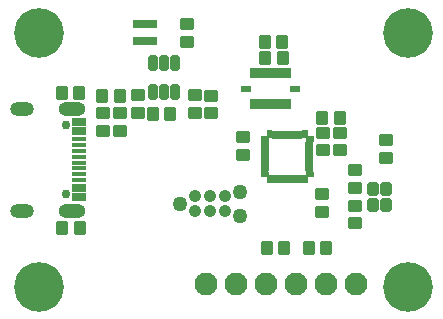
<source format=gbr>
%TF.GenerationSoftware,Altium Limited,Altium Designer,23.10.1 (27)*%
G04 Layer_Color=8388736*
%FSLAX45Y45*%
%MOMM*%
%TF.SameCoordinates,EB818210-93EB-4193-A47C-AA10A5AE6B3E*%
%TF.FilePolarity,Negative*%
%TF.FileFunction,Soldermask,Top*%
%TF.Part,Single*%
G01*
G75*
%TA.AperFunction,SMDPad,CuDef*%
%ADD14R,2.00000X0.70000*%
G04:AMPARAMS|DCode=44|XSize=1.0032mm|YSize=1.2032mm|CornerRadius=0.2016mm|HoleSize=0mm|Usage=FLASHONLY|Rotation=180.000|XOffset=0mm|YOffset=0mm|HoleType=Round|Shape=RoundedRectangle|*
%AMROUNDEDRECTD44*
21,1,1.00320,0.80000,0,0,180.0*
21,1,0.60000,1.20320,0,0,180.0*
1,1,0.40320,-0.30000,0.40000*
1,1,0.40320,0.30000,0.40000*
1,1,0.40320,0.30000,-0.40000*
1,1,0.40320,-0.30000,-0.40000*
%
%ADD44ROUNDEDRECTD44*%
%TA.AperFunction,TestPad*%
G04:AMPARAMS|DCode=45|XSize=0.4mm|YSize=1.25mm|CornerRadius=0.0875mm|HoleSize=0mm|Usage=FLASHONLY|Rotation=270.000|XOffset=0mm|YOffset=0mm|HoleType=Round|Shape=RoundedRectangle|*
%AMROUNDEDRECTD45*
21,1,0.40000,1.07500,0,0,270.0*
21,1,0.22500,1.25000,0,0,270.0*
1,1,0.17500,-0.53750,-0.11250*
1,1,0.17500,-0.53750,0.11250*
1,1,0.17500,0.53750,0.11250*
1,1,0.17500,0.53750,-0.11250*
%
%ADD45ROUNDEDRECTD45*%
G04:AMPARAMS|DCode=46|XSize=0.7mm|YSize=1.25mm|CornerRadius=0.125mm|HoleSize=0mm|Usage=FLASHONLY|Rotation=270.000|XOffset=0mm|YOffset=0mm|HoleType=Round|Shape=RoundedRectangle|*
%AMROUNDEDRECTD46*
21,1,0.70000,1.00000,0,0,270.0*
21,1,0.45000,1.25000,0,0,270.0*
1,1,0.25000,-0.50000,-0.22500*
1,1,0.25000,-0.50000,0.22500*
1,1,0.25000,0.50000,0.22500*
1,1,0.25000,0.50000,-0.22500*
%
%ADD46ROUNDEDRECTD46*%
%TA.AperFunction,SMDPad,CuDef*%
G04:AMPARAMS|DCode=47|XSize=1.0032mm|YSize=1.1032mm|CornerRadius=0.1816mm|HoleSize=0mm|Usage=FLASHONLY|Rotation=180.000|XOffset=0mm|YOffset=0mm|HoleType=Round|Shape=RoundedRectangle|*
%AMROUNDEDRECTD47*
21,1,1.00320,0.74000,0,0,180.0*
21,1,0.64000,1.10320,0,0,180.0*
1,1,0.36320,-0.32000,0.37000*
1,1,0.36320,0.32000,0.37000*
1,1,0.36320,0.32000,-0.37000*
1,1,0.36320,-0.32000,-0.37000*
%
%ADD47ROUNDEDRECTD47*%
%ADD48R,0.95320X0.50320*%
%ADD49R,0.50320X0.95320*%
G04:AMPARAMS|DCode=50|XSize=1.0032mm|YSize=1.2032mm|CornerRadius=0.2016mm|HoleSize=0mm|Usage=FLASHONLY|Rotation=270.000|XOffset=0mm|YOffset=0mm|HoleType=Round|Shape=RoundedRectangle|*
%AMROUNDEDRECTD50*
21,1,1.00320,0.80000,0,0,270.0*
21,1,0.60000,1.20320,0,0,270.0*
1,1,0.40320,-0.40000,-0.30000*
1,1,0.40320,-0.40000,0.30000*
1,1,0.40320,0.40000,0.30000*
1,1,0.40320,0.40000,-0.30000*
%
%ADD50ROUNDEDRECTD50*%
%ADD51R,0.50320X0.45320*%
%ADD52R,0.45320X0.50320*%
%ADD53R,0.75320X0.50320*%
%ADD54R,0.50320X0.75320*%
G04:AMPARAMS|DCode=55|XSize=0.8032mm|YSize=1.4032mm|CornerRadius=0.1766mm|HoleSize=0mm|Usage=FLASHONLY|Rotation=180.000|XOffset=0mm|YOffset=0mm|HoleType=Round|Shape=RoundedRectangle|*
%AMROUNDEDRECTD55*
21,1,0.80320,1.05000,0,0,180.0*
21,1,0.45000,1.40320,0,0,180.0*
1,1,0.35320,-0.22500,0.52500*
1,1,0.35320,0.22500,0.52500*
1,1,0.35320,0.22500,-0.52500*
1,1,0.35320,-0.22500,-0.52500*
%
%ADD55ROUNDEDRECTD55*%
%TA.AperFunction,BGAPad,CuDef*%
%ADD56C,1.06620*%
%TA.AperFunction,TestPad*%
%ADD57C,1.94000*%
%ADD58O,2.30320X1.20320*%
%ADD59C,0.75000*%
%ADD60O,2.00320X1.20320*%
%TA.AperFunction,ViaPad*%
%ADD61C,4.20320*%
%TA.AperFunction,ComponentPad*%
%ADD62C,1.27020*%
G36*
X241335Y-99866D02*
X242646Y-100127D01*
X243912Y-100556D01*
X245111Y-101148D01*
X246223Y-101891D01*
X247228Y-102772D01*
X248110Y-103778D01*
X248852Y-104889D01*
X249444Y-106088D01*
X249874Y-107354D01*
X250135Y-108666D01*
X250222Y-110000D01*
Y-125500D01*
X250135Y-126834D01*
X249874Y-128146D01*
X249659Y-128779D01*
X249444Y-129412D01*
X248853Y-130611D01*
X248110Y-131723D01*
X247228Y-132728D01*
X232728Y-147228D01*
X231723Y-148110D01*
X230611Y-148852D01*
X229412Y-149444D01*
X228146Y-149873D01*
X226834Y-150134D01*
X225500Y-150222D01*
X190000D01*
X188666Y-150134D01*
X187354Y-149873D01*
X186089Y-149444D01*
X184889Y-148852D01*
X183778Y-148109D01*
X182772Y-147228D01*
X181891Y-146222D01*
X181148Y-145111D01*
X180556Y-143912D01*
X180127Y-142646D01*
X179866Y-141334D01*
X179778Y-140000D01*
Y-110000D01*
X179866Y-108666D01*
X180127Y-107354D01*
X180556Y-106088D01*
X181148Y-104889D01*
X181891Y-103778D01*
X182772Y-102772D01*
X183778Y-101891D01*
X184889Y-101148D01*
X186089Y-100556D01*
X187354Y-100127D01*
X188666Y-99866D01*
X190000Y-99778D01*
X240000D01*
X241335Y-99866D01*
D02*
G37*
G36*
X271334Y-129866D02*
X272646Y-130126D01*
X273912Y-130556D01*
X275111Y-131148D01*
X276223Y-131891D01*
X277228Y-132772D01*
X278110Y-133777D01*
X278852Y-134889D01*
X279444Y-136088D01*
X279874Y-137354D01*
X280135Y-138666D01*
X280222Y-140000D01*
Y-190000D01*
X280135Y-191334D01*
X279874Y-192646D01*
X279444Y-193912D01*
X278852Y-195111D01*
X278110Y-196223D01*
X277228Y-197228D01*
X276223Y-198110D01*
X275111Y-198852D01*
X273912Y-199444D01*
X272646Y-199874D01*
X271334Y-200134D01*
X270000Y-200222D01*
X240000D01*
X238666Y-200134D01*
X237355Y-199874D01*
X236089Y-199444D01*
X234889Y-198852D01*
X233778Y-198110D01*
X232772Y-197228D01*
X231891Y-196223D01*
X231148Y-195111D01*
X230557Y-193912D01*
X230127Y-192646D01*
X229866Y-191334D01*
X229779Y-190000D01*
Y-154500D01*
X229866Y-153166D01*
X230127Y-151854D01*
X230557Y-150588D01*
X231148Y-149389D01*
X231891Y-148278D01*
X232772Y-147273D01*
X247272Y-132772D01*
X248277Y-131891D01*
X249389Y-131148D01*
X250588Y-130556D01*
X251221Y-130341D01*
X251854Y-130126D01*
X253166Y-129866D01*
X254500Y-129778D01*
X270000D01*
X271334Y-129866D01*
D02*
G37*
G36*
Y250134D02*
X272646Y249874D01*
X273912Y249444D01*
X275111Y248852D01*
X276223Y248109D01*
X277228Y247228D01*
X278110Y246223D01*
X278852Y245111D01*
X279444Y243912D01*
X279874Y242646D01*
X280135Y241334D01*
X280222Y240000D01*
Y190000D01*
X280135Y188666D01*
X279874Y187354D01*
X279444Y186088D01*
X278852Y184889D01*
X278110Y183777D01*
X277228Y182772D01*
X276223Y181890D01*
X275111Y181148D01*
X273912Y180556D01*
X272646Y180126D01*
X271334Y179866D01*
X270000Y179778D01*
X254500D01*
X253166Y179866D01*
X251854Y180126D01*
X251221Y180341D01*
X250588Y180556D01*
X249389Y181147D01*
X248277Y181890D01*
X247272Y182772D01*
X232772Y197272D01*
X231891Y198277D01*
X231148Y199389D01*
X230557Y200588D01*
X230127Y201854D01*
X229866Y203166D01*
X229779Y204500D01*
Y240000D01*
X229866Y241334D01*
X230127Y242646D01*
X230557Y243912D01*
X231148Y245111D01*
X231891Y246223D01*
X232772Y247228D01*
X233778Y248109D01*
X234889Y248852D01*
X236089Y249444D01*
X237355Y249874D01*
X238666Y250134D01*
X240000Y250222D01*
X270000D01*
X271334Y250134D01*
D02*
G37*
G36*
X226834Y200134D02*
X228146Y199873D01*
X229412Y199444D01*
X230611Y198852D01*
X231723Y198110D01*
X232728Y197228D01*
X247228Y182728D01*
X248110Y181723D01*
X248853Y180611D01*
X249444Y179412D01*
X249659Y178779D01*
X249874Y178146D01*
X250135Y176834D01*
X250222Y175500D01*
Y160000D01*
X250135Y158666D01*
X249874Y157354D01*
X249444Y156088D01*
X248852Y154889D01*
X248110Y153777D01*
X247228Y152772D01*
X246223Y151890D01*
X245111Y151148D01*
X243912Y150556D01*
X242646Y150126D01*
X241335Y149866D01*
X240000Y149778D01*
X190000D01*
X188666Y149866D01*
X187354Y150126D01*
X186089Y150556D01*
X184889Y151148D01*
X183778Y151890D01*
X182772Y152772D01*
X181891Y153777D01*
X181148Y154889D01*
X180556Y156088D01*
X180127Y157354D01*
X179866Y158666D01*
X179778Y160000D01*
Y190000D01*
X179866Y191334D01*
X180127Y192646D01*
X180556Y193911D01*
X181148Y195111D01*
X181891Y196222D01*
X182772Y197228D01*
X183778Y198109D01*
X184889Y198852D01*
X186089Y199444D01*
X187354Y199873D01*
X188666Y200134D01*
X190000Y200222D01*
X225500D01*
X226834Y200134D01*
D02*
G37*
G36*
X621335Y-99866D02*
X622646Y-100127D01*
X623912Y-100556D01*
X625111Y-101148D01*
X626223Y-101891D01*
X627228Y-102772D01*
X628110Y-103778D01*
X628852Y-104889D01*
X629444Y-106088D01*
X629874Y-107354D01*
X630135Y-108666D01*
X630222Y-110000D01*
Y-140000D01*
X630135Y-141334D01*
X629874Y-142646D01*
X629444Y-143912D01*
X628852Y-145111D01*
X628110Y-146222D01*
X627228Y-147228D01*
X626223Y-148109D01*
X625111Y-148852D01*
X623912Y-149444D01*
X622646Y-149873D01*
X621335Y-150134D01*
X620000Y-150222D01*
X584500D01*
X583166Y-150134D01*
X581855Y-149873D01*
X580589Y-149444D01*
X579389Y-148852D01*
X578278Y-148110D01*
X577273Y-147228D01*
X562772Y-132728D01*
X561891Y-131723D01*
X561148Y-130611D01*
X560556Y-129412D01*
X560342Y-128779D01*
X560127Y-128146D01*
X559866Y-126834D01*
X559778Y-125500D01*
Y-110000D01*
X559866Y-108666D01*
X560127Y-107354D01*
X560556Y-106088D01*
X561148Y-104889D01*
X561891Y-103778D01*
X562772Y-102772D01*
X563778Y-101891D01*
X564889Y-101148D01*
X566089Y-100556D01*
X567354Y-100127D01*
X568666Y-99866D01*
X570000Y-99778D01*
X620000D01*
X621335Y-99866D01*
D02*
G37*
G36*
X556835Y-129866D02*
X558146Y-130126D01*
X558779Y-130341D01*
X559412Y-130556D01*
X560611Y-131148D01*
X561723Y-131891D01*
X562728Y-132772D01*
X577228Y-147273D01*
X578110Y-148278D01*
X578853Y-149389D01*
X579444Y-150588D01*
X579874Y-151854D01*
X580134Y-153166D01*
X580222Y-154500D01*
Y-190000D01*
X580134Y-191334D01*
X579874Y-192646D01*
X579444Y-193912D01*
X578852Y-195111D01*
X578110Y-196223D01*
X577228Y-197228D01*
X576223Y-198110D01*
X575111Y-198852D01*
X573912Y-199444D01*
X572646Y-199874D01*
X571334Y-200134D01*
X570000Y-200222D01*
X540000D01*
X538666Y-200134D01*
X537355Y-199874D01*
X536089Y-199444D01*
X534889Y-198852D01*
X533778Y-198110D01*
X532772Y-197228D01*
X531891Y-196223D01*
X531148Y-195111D01*
X530556Y-193912D01*
X530127Y-192646D01*
X529866Y-191334D01*
X529778Y-190000D01*
Y-140000D01*
X529866Y-138666D01*
X530127Y-137354D01*
X530556Y-136088D01*
X531148Y-134889D01*
X531891Y-133777D01*
X532772Y-132772D01*
X533778Y-131891D01*
X534889Y-131148D01*
X536089Y-130556D01*
X537355Y-130126D01*
X538666Y-129866D01*
X540000Y-129778D01*
X555500D01*
X556835Y-129866D01*
D02*
G37*
G36*
X571334Y250134D02*
X572646Y249874D01*
X573912Y249444D01*
X575111Y248852D01*
X576223Y248109D01*
X577228Y247228D01*
X578110Y246223D01*
X578852Y245111D01*
X579444Y243912D01*
X579874Y242646D01*
X580134Y241334D01*
X580222Y240000D01*
Y204500D01*
X580134Y203166D01*
X579874Y201854D01*
X579444Y200588D01*
X578853Y199389D01*
X578110Y198277D01*
X577228Y197272D01*
X562728Y182772D01*
X561723Y181890D01*
X560611Y181147D01*
X559412Y180556D01*
X558779Y180341D01*
X558146Y180126D01*
X556835Y179866D01*
X555500Y179778D01*
X540000D01*
X538666Y179866D01*
X537355Y180126D01*
X536089Y180556D01*
X534889Y181148D01*
X533778Y181890D01*
X532772Y182772D01*
X531891Y183777D01*
X531148Y184889D01*
X530556Y186088D01*
X530127Y187354D01*
X529866Y188666D01*
X529778Y190000D01*
Y240000D01*
X529866Y241334D01*
X530127Y242646D01*
X530556Y243912D01*
X531148Y245111D01*
X531891Y246223D01*
X532772Y247228D01*
X533778Y248109D01*
X534889Y248852D01*
X536089Y249444D01*
X537355Y249874D01*
X538666Y250134D01*
X540000Y250222D01*
X570000D01*
X571334Y250134D01*
D02*
G37*
G36*
X621335Y200134D02*
X622646Y199873D01*
X623912Y199444D01*
X625111Y198852D01*
X626223Y198109D01*
X627228Y197228D01*
X628110Y196222D01*
X628852Y195111D01*
X629444Y193911D01*
X629874Y192646D01*
X630135Y191334D01*
X630222Y190000D01*
Y160000D01*
X630135Y158666D01*
X629874Y157354D01*
X629444Y156088D01*
X628852Y154889D01*
X628110Y153777D01*
X627228Y152772D01*
X626223Y151890D01*
X625111Y151148D01*
X623912Y150556D01*
X622646Y150126D01*
X621335Y149866D01*
X620000Y149778D01*
X570000D01*
X568666Y149866D01*
X567354Y150126D01*
X566089Y150556D01*
X564889Y151148D01*
X563778Y151890D01*
X562772Y152772D01*
X561891Y153777D01*
X561148Y154889D01*
X560556Y156088D01*
X560127Y157354D01*
X559866Y158666D01*
X559778Y160000D01*
Y175500D01*
X559866Y176834D01*
X560127Y178146D01*
X560342Y178779D01*
X560556Y179412D01*
X561148Y180611D01*
X561891Y181723D01*
X562772Y182728D01*
X577273Y197228D01*
X578278Y198110D01*
X579389Y198852D01*
X580589Y199444D01*
X581855Y199873D01*
X583166Y200134D01*
X584500Y200222D01*
X620000D01*
X621335Y200134D01*
D02*
G37*
D14*
X-798583Y1145361D02*
D03*
Y1000361D02*
D03*
D44*
X364368Y999190D02*
D03*
X214368D02*
D03*
X365000Y860000D02*
D03*
X215000D02*
D03*
X585000Y-750000D02*
D03*
X735000D02*
D03*
X380082Y-747811D02*
D03*
X230082D02*
D03*
X700000Y350000D02*
D03*
X850000D02*
D03*
X-585126Y389804D02*
D03*
X-735126D02*
D03*
X-1010669Y539318D02*
D03*
X-1160669D02*
D03*
X-1350000Y-575000D02*
D03*
X-1500000D02*
D03*
X-1354901Y564972D02*
D03*
X-1504901D02*
D03*
D45*
X-1362250Y25000D02*
D03*
Y75000D02*
D03*
Y-75000D02*
D03*
Y-25000D02*
D03*
Y125000D02*
D03*
Y175000D02*
D03*
Y-125000D02*
D03*
Y-175000D02*
D03*
D46*
Y240000D02*
D03*
Y320000D02*
D03*
Y-240000D02*
D03*
Y-320000D02*
D03*
D47*
X1237036Y-385001D02*
D03*
Y-245001D02*
D03*
X1127036D02*
D03*
Y-385001D02*
D03*
D48*
X57335Y599664D02*
D03*
X467336D02*
D03*
D49*
X112335Y469664D02*
D03*
X162335D02*
D03*
X212335D02*
D03*
X262336D02*
D03*
X312335D02*
D03*
X362335D02*
D03*
X412335D02*
D03*
Y729664D02*
D03*
X362335D02*
D03*
X312335D02*
D03*
X262336D02*
D03*
X212335D02*
D03*
X162335D02*
D03*
X112335D02*
D03*
D50*
X1241583Y165000D02*
D03*
Y15000D02*
D03*
X700000Y-440000D02*
D03*
Y-290000D02*
D03*
X982036Y-240000D02*
D03*
Y-90000D02*
D03*
Y-390001D02*
D03*
Y-540001D02*
D03*
X850521Y78098D02*
D03*
Y228098D02*
D03*
X711125Y228031D02*
D03*
Y78031D02*
D03*
X32332Y189170D02*
D03*
Y39170D02*
D03*
X-862256Y393666D02*
D03*
Y543666D02*
D03*
X-244663Y542490D02*
D03*
Y392490D02*
D03*
X-375009Y543550D02*
D03*
Y393550D02*
D03*
X-445782Y1149988D02*
D03*
Y999988D02*
D03*
X-1008918Y243951D02*
D03*
Y393951D02*
D03*
X-1155683Y242334D02*
D03*
Y392333D02*
D03*
D51*
X210000Y-125000D02*
D03*
X600000Y175000D02*
D03*
X210000D02*
D03*
X600000Y-125000D02*
D03*
D52*
X255000Y220000D02*
D03*
X555000Y-170000D02*
D03*
X255000D02*
D03*
X555000Y220000D02*
D03*
D53*
X592500Y-75000D02*
D03*
Y-25000D02*
D03*
Y25000D02*
D03*
Y75000D02*
D03*
Y125000D02*
D03*
X217500D02*
D03*
Y75000D02*
D03*
Y25000D02*
D03*
Y-25000D02*
D03*
Y-75000D02*
D03*
D54*
X505000Y212500D02*
D03*
X455000D02*
D03*
X405000D02*
D03*
X355000D02*
D03*
X305000D02*
D03*
Y-162500D02*
D03*
X355000D02*
D03*
X405000D02*
D03*
X455000D02*
D03*
X505000D02*
D03*
D55*
X-543381Y573816D02*
D03*
X-638381D02*
D03*
X-733381D02*
D03*
Y813817D02*
D03*
X-638381D02*
D03*
X-543381D02*
D03*
D56*
X-377000Y-438500D02*
D03*
X-250000D02*
D03*
X-123000D02*
D03*
X-377000Y-311500D02*
D03*
X-250000D02*
D03*
X-123000D02*
D03*
D57*
X983000Y-1050000D02*
D03*
X729000D02*
D03*
X475000D02*
D03*
X221000D02*
D03*
X-33000D02*
D03*
X-287000D02*
D03*
D58*
X-1419750Y-432000D02*
D03*
Y432000D02*
D03*
D59*
X-1469750Y289000D02*
D03*
Y-289000D02*
D03*
D60*
X-1837750Y432000D02*
D03*
Y-432000D02*
D03*
D61*
X-1700000Y1075000D02*
D03*
X1425000Y-1075000D02*
D03*
X-1700000D02*
D03*
X1425000Y1075000D02*
D03*
D62*
X-504000Y-375000D02*
D03*
X4000Y-273400D02*
D03*
Y-476600D02*
D03*
%TF.MD5,dff86ce19fff47669f9f94b4a966a1c7*%
M02*

</source>
